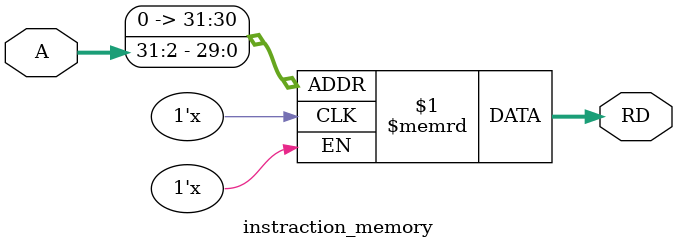
<source format=v>
module instraction_memory(
    input [31:0] A,
    output [31:0] RD
);

// instraction Memory Declaration
reg [31:0] instrac_mem [99:0];

// Asynchronous Read
assign RD = instrac_mem[A>>2];
    
endmodule
</source>
